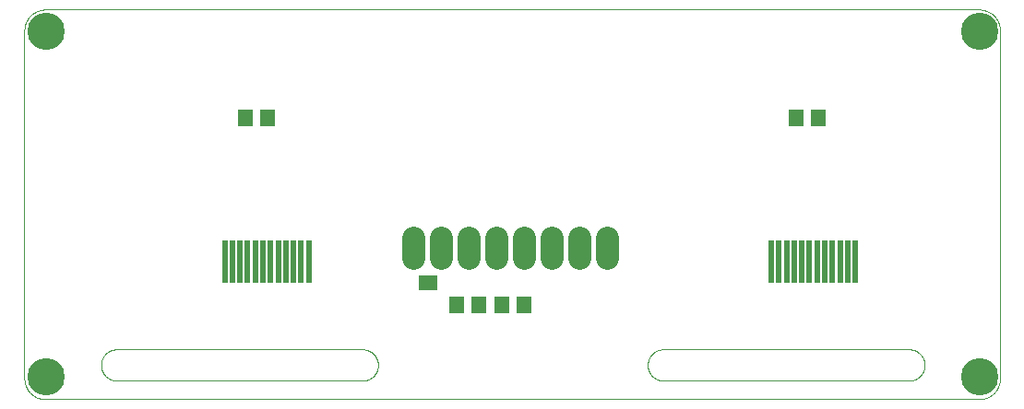
<source format=gbs>
G75*
%MOIN*%
%OFA0B0*%
%FSLAX25Y25*%
%IPPOS*%
%LPD*%
%AMOC8*
5,1,8,0,0,1.08239X$1,22.5*
%
%ADD10C,0.00000*%
%ADD11C,0.13461*%
%ADD12R,0.02375X0.15524*%
%ADD13C,0.08200*%
%ADD14R,0.03300X0.05800*%
%ADD15R,0.05524X0.05918*%
D10*
X0025300Y0008800D02*
X0362800Y0008800D01*
X0362981Y0008802D01*
X0363162Y0008809D01*
X0363343Y0008820D01*
X0363524Y0008835D01*
X0363704Y0008855D01*
X0363884Y0008879D01*
X0364063Y0008907D01*
X0364241Y0008940D01*
X0364418Y0008977D01*
X0364595Y0009018D01*
X0364770Y0009063D01*
X0364945Y0009113D01*
X0365118Y0009167D01*
X0365289Y0009225D01*
X0365460Y0009287D01*
X0365628Y0009354D01*
X0365795Y0009424D01*
X0365961Y0009498D01*
X0366124Y0009577D01*
X0366285Y0009659D01*
X0366445Y0009745D01*
X0366602Y0009835D01*
X0366757Y0009929D01*
X0366910Y0010026D01*
X0367060Y0010128D01*
X0367208Y0010232D01*
X0367354Y0010341D01*
X0367496Y0010452D01*
X0367636Y0010568D01*
X0367773Y0010686D01*
X0367908Y0010808D01*
X0368039Y0010933D01*
X0368167Y0011061D01*
X0368292Y0011192D01*
X0368414Y0011327D01*
X0368532Y0011464D01*
X0368648Y0011604D01*
X0368759Y0011746D01*
X0368868Y0011892D01*
X0368972Y0012040D01*
X0369074Y0012190D01*
X0369171Y0012343D01*
X0369265Y0012498D01*
X0369355Y0012655D01*
X0369441Y0012815D01*
X0369523Y0012976D01*
X0369602Y0013139D01*
X0369676Y0013305D01*
X0369746Y0013472D01*
X0369813Y0013640D01*
X0369875Y0013811D01*
X0369933Y0013982D01*
X0369987Y0014155D01*
X0370037Y0014330D01*
X0370082Y0014505D01*
X0370123Y0014682D01*
X0370160Y0014859D01*
X0370193Y0015037D01*
X0370221Y0015216D01*
X0370245Y0015396D01*
X0370265Y0015576D01*
X0370280Y0015757D01*
X0370291Y0015938D01*
X0370298Y0016119D01*
X0370300Y0016300D01*
X0370300Y0142300D01*
X0370298Y0142481D01*
X0370291Y0142662D01*
X0370280Y0142843D01*
X0370265Y0143024D01*
X0370245Y0143204D01*
X0370221Y0143384D01*
X0370193Y0143563D01*
X0370160Y0143741D01*
X0370123Y0143918D01*
X0370082Y0144095D01*
X0370037Y0144270D01*
X0369987Y0144445D01*
X0369933Y0144618D01*
X0369875Y0144789D01*
X0369813Y0144960D01*
X0369746Y0145128D01*
X0369676Y0145295D01*
X0369602Y0145461D01*
X0369523Y0145624D01*
X0369441Y0145785D01*
X0369355Y0145945D01*
X0369265Y0146102D01*
X0369171Y0146257D01*
X0369074Y0146410D01*
X0368972Y0146560D01*
X0368868Y0146708D01*
X0368759Y0146854D01*
X0368648Y0146996D01*
X0368532Y0147136D01*
X0368414Y0147273D01*
X0368292Y0147408D01*
X0368167Y0147539D01*
X0368039Y0147667D01*
X0367908Y0147792D01*
X0367773Y0147914D01*
X0367636Y0148032D01*
X0367496Y0148148D01*
X0367354Y0148259D01*
X0367208Y0148368D01*
X0367060Y0148472D01*
X0366910Y0148574D01*
X0366757Y0148671D01*
X0366602Y0148765D01*
X0366445Y0148855D01*
X0366285Y0148941D01*
X0366124Y0149023D01*
X0365961Y0149102D01*
X0365795Y0149176D01*
X0365628Y0149246D01*
X0365460Y0149313D01*
X0365289Y0149375D01*
X0365118Y0149433D01*
X0364945Y0149487D01*
X0364770Y0149537D01*
X0364595Y0149582D01*
X0364418Y0149623D01*
X0364241Y0149660D01*
X0364063Y0149693D01*
X0363884Y0149721D01*
X0363704Y0149745D01*
X0363524Y0149765D01*
X0363343Y0149780D01*
X0363162Y0149791D01*
X0362981Y0149798D01*
X0362800Y0149800D01*
X0025300Y0149800D01*
X0025119Y0149798D01*
X0024938Y0149791D01*
X0024757Y0149780D01*
X0024576Y0149765D01*
X0024396Y0149745D01*
X0024216Y0149721D01*
X0024037Y0149693D01*
X0023859Y0149660D01*
X0023682Y0149623D01*
X0023505Y0149582D01*
X0023330Y0149537D01*
X0023155Y0149487D01*
X0022982Y0149433D01*
X0022811Y0149375D01*
X0022640Y0149313D01*
X0022472Y0149246D01*
X0022305Y0149176D01*
X0022139Y0149102D01*
X0021976Y0149023D01*
X0021815Y0148941D01*
X0021655Y0148855D01*
X0021498Y0148765D01*
X0021343Y0148671D01*
X0021190Y0148574D01*
X0021040Y0148472D01*
X0020892Y0148368D01*
X0020746Y0148259D01*
X0020604Y0148148D01*
X0020464Y0148032D01*
X0020327Y0147914D01*
X0020192Y0147792D01*
X0020061Y0147667D01*
X0019933Y0147539D01*
X0019808Y0147408D01*
X0019686Y0147273D01*
X0019568Y0147136D01*
X0019452Y0146996D01*
X0019341Y0146854D01*
X0019232Y0146708D01*
X0019128Y0146560D01*
X0019026Y0146410D01*
X0018929Y0146257D01*
X0018835Y0146102D01*
X0018745Y0145945D01*
X0018659Y0145785D01*
X0018577Y0145624D01*
X0018498Y0145461D01*
X0018424Y0145295D01*
X0018354Y0145128D01*
X0018287Y0144960D01*
X0018225Y0144789D01*
X0018167Y0144618D01*
X0018113Y0144445D01*
X0018063Y0144270D01*
X0018018Y0144095D01*
X0017977Y0143918D01*
X0017940Y0143741D01*
X0017907Y0143563D01*
X0017879Y0143384D01*
X0017855Y0143204D01*
X0017835Y0143024D01*
X0017820Y0142843D01*
X0017809Y0142662D01*
X0017802Y0142481D01*
X0017800Y0142300D01*
X0017800Y0016300D01*
X0017802Y0016119D01*
X0017809Y0015938D01*
X0017820Y0015757D01*
X0017835Y0015576D01*
X0017855Y0015396D01*
X0017879Y0015216D01*
X0017907Y0015037D01*
X0017940Y0014859D01*
X0017977Y0014682D01*
X0018018Y0014505D01*
X0018063Y0014330D01*
X0018113Y0014155D01*
X0018167Y0013982D01*
X0018225Y0013811D01*
X0018287Y0013640D01*
X0018354Y0013472D01*
X0018424Y0013305D01*
X0018498Y0013139D01*
X0018577Y0012976D01*
X0018659Y0012815D01*
X0018745Y0012655D01*
X0018835Y0012498D01*
X0018929Y0012343D01*
X0019026Y0012190D01*
X0019128Y0012040D01*
X0019232Y0011892D01*
X0019341Y0011746D01*
X0019452Y0011604D01*
X0019568Y0011464D01*
X0019686Y0011327D01*
X0019808Y0011192D01*
X0019933Y0011061D01*
X0020061Y0010933D01*
X0020192Y0010808D01*
X0020327Y0010686D01*
X0020464Y0010568D01*
X0020604Y0010452D01*
X0020746Y0010341D01*
X0020892Y0010232D01*
X0021040Y0010128D01*
X0021190Y0010026D01*
X0021343Y0009929D01*
X0021498Y0009835D01*
X0021655Y0009745D01*
X0021815Y0009659D01*
X0021976Y0009577D01*
X0022139Y0009498D01*
X0022305Y0009424D01*
X0022472Y0009354D01*
X0022640Y0009287D01*
X0022811Y0009225D01*
X0022982Y0009167D01*
X0023155Y0009113D01*
X0023330Y0009063D01*
X0023505Y0009018D01*
X0023682Y0008977D01*
X0023859Y0008940D01*
X0024037Y0008907D01*
X0024216Y0008879D01*
X0024396Y0008855D01*
X0024576Y0008835D01*
X0024757Y0008820D01*
X0024938Y0008809D01*
X0025119Y0008802D01*
X0025300Y0008800D01*
X0050550Y0015550D02*
X0140550Y0015550D01*
X0140698Y0015568D01*
X0140845Y0015590D01*
X0140992Y0015616D01*
X0141137Y0015646D01*
X0141282Y0015680D01*
X0141427Y0015718D01*
X0141570Y0015759D01*
X0141712Y0015804D01*
X0141852Y0015853D01*
X0141991Y0015906D01*
X0142129Y0015962D01*
X0142266Y0016022D01*
X0142401Y0016085D01*
X0142534Y0016152D01*
X0142665Y0016222D01*
X0142794Y0016296D01*
X0142921Y0016373D01*
X0143047Y0016454D01*
X0143170Y0016537D01*
X0143291Y0016624D01*
X0143409Y0016715D01*
X0143525Y0016808D01*
X0143639Y0016904D01*
X0143750Y0017003D01*
X0143859Y0017105D01*
X0143964Y0017210D01*
X0144067Y0017318D01*
X0144167Y0017428D01*
X0144264Y0017541D01*
X0144358Y0017656D01*
X0144449Y0017774D01*
X0144537Y0017894D01*
X0144622Y0018017D01*
X0144703Y0018141D01*
X0144782Y0018268D01*
X0144856Y0018397D01*
X0144928Y0018528D01*
X0144996Y0018660D01*
X0145060Y0018794D01*
X0145121Y0018930D01*
X0145178Y0019068D01*
X0145232Y0019207D01*
X0145282Y0019347D01*
X0145328Y0019489D01*
X0145370Y0019631D01*
X0145409Y0019775D01*
X0145444Y0019920D01*
X0145475Y0020065D01*
X0145502Y0020212D01*
X0145526Y0020359D01*
X0145545Y0020506D01*
X0145561Y0020655D01*
X0145573Y0020803D01*
X0145581Y0020952D01*
X0145585Y0021101D01*
X0145585Y0021249D01*
X0145581Y0021398D01*
X0145573Y0021547D01*
X0145561Y0021695D01*
X0145545Y0021844D01*
X0145526Y0021991D01*
X0145502Y0022138D01*
X0145475Y0022285D01*
X0145444Y0022430D01*
X0145409Y0022575D01*
X0145370Y0022719D01*
X0145328Y0022861D01*
X0145282Y0023003D01*
X0145232Y0023143D01*
X0145178Y0023282D01*
X0145121Y0023420D01*
X0145060Y0023556D01*
X0144996Y0023690D01*
X0144928Y0023822D01*
X0144856Y0023953D01*
X0144782Y0024082D01*
X0144703Y0024209D01*
X0144622Y0024333D01*
X0144537Y0024456D01*
X0144449Y0024576D01*
X0144358Y0024694D01*
X0144264Y0024809D01*
X0144167Y0024922D01*
X0144067Y0025032D01*
X0143964Y0025140D01*
X0143859Y0025245D01*
X0143750Y0025347D01*
X0143639Y0025446D01*
X0143525Y0025542D01*
X0143409Y0025635D01*
X0143291Y0025726D01*
X0143170Y0025813D01*
X0143047Y0025896D01*
X0142921Y0025977D01*
X0142794Y0026054D01*
X0142665Y0026128D01*
X0142534Y0026198D01*
X0142401Y0026265D01*
X0142266Y0026328D01*
X0142129Y0026388D01*
X0141991Y0026444D01*
X0141852Y0026497D01*
X0141712Y0026546D01*
X0141570Y0026591D01*
X0141427Y0026632D01*
X0141282Y0026670D01*
X0141137Y0026704D01*
X0140992Y0026734D01*
X0140845Y0026760D01*
X0140698Y0026782D01*
X0140550Y0026800D01*
X0050550Y0026800D01*
X0050402Y0026782D01*
X0050255Y0026760D01*
X0050108Y0026734D01*
X0049963Y0026704D01*
X0049818Y0026670D01*
X0049673Y0026632D01*
X0049530Y0026591D01*
X0049388Y0026546D01*
X0049248Y0026497D01*
X0049109Y0026444D01*
X0048971Y0026388D01*
X0048834Y0026328D01*
X0048699Y0026265D01*
X0048566Y0026198D01*
X0048435Y0026128D01*
X0048306Y0026054D01*
X0048179Y0025977D01*
X0048053Y0025896D01*
X0047930Y0025813D01*
X0047809Y0025726D01*
X0047691Y0025635D01*
X0047575Y0025542D01*
X0047461Y0025446D01*
X0047350Y0025347D01*
X0047241Y0025245D01*
X0047136Y0025140D01*
X0047033Y0025032D01*
X0046933Y0024922D01*
X0046836Y0024809D01*
X0046742Y0024694D01*
X0046651Y0024576D01*
X0046563Y0024456D01*
X0046478Y0024333D01*
X0046397Y0024209D01*
X0046318Y0024082D01*
X0046244Y0023953D01*
X0046172Y0023822D01*
X0046104Y0023690D01*
X0046040Y0023556D01*
X0045979Y0023420D01*
X0045922Y0023282D01*
X0045868Y0023143D01*
X0045818Y0023003D01*
X0045772Y0022861D01*
X0045730Y0022719D01*
X0045691Y0022575D01*
X0045656Y0022430D01*
X0045625Y0022285D01*
X0045598Y0022138D01*
X0045574Y0021991D01*
X0045555Y0021844D01*
X0045539Y0021695D01*
X0045527Y0021547D01*
X0045519Y0021398D01*
X0045515Y0021249D01*
X0045515Y0021101D01*
X0045519Y0020952D01*
X0045527Y0020803D01*
X0045539Y0020655D01*
X0045555Y0020506D01*
X0045574Y0020359D01*
X0045598Y0020212D01*
X0045625Y0020065D01*
X0045656Y0019920D01*
X0045691Y0019775D01*
X0045730Y0019631D01*
X0045772Y0019489D01*
X0045818Y0019347D01*
X0045868Y0019207D01*
X0045922Y0019068D01*
X0045979Y0018930D01*
X0046040Y0018794D01*
X0046104Y0018660D01*
X0046172Y0018528D01*
X0046244Y0018397D01*
X0046318Y0018268D01*
X0046397Y0018141D01*
X0046478Y0018017D01*
X0046563Y0017894D01*
X0046651Y0017774D01*
X0046742Y0017656D01*
X0046836Y0017541D01*
X0046933Y0017428D01*
X0047033Y0017318D01*
X0047136Y0017210D01*
X0047241Y0017105D01*
X0047350Y0017003D01*
X0047461Y0016904D01*
X0047575Y0016808D01*
X0047691Y0016715D01*
X0047809Y0016624D01*
X0047930Y0016537D01*
X0048053Y0016454D01*
X0048179Y0016373D01*
X0048306Y0016296D01*
X0048435Y0016222D01*
X0048566Y0016152D01*
X0048699Y0016085D01*
X0048834Y0016022D01*
X0048971Y0015962D01*
X0049109Y0015906D01*
X0049248Y0015853D01*
X0049388Y0015804D01*
X0049530Y0015759D01*
X0049673Y0015718D01*
X0049818Y0015680D01*
X0049963Y0015646D01*
X0050108Y0015616D01*
X0050255Y0015590D01*
X0050402Y0015568D01*
X0050550Y0015550D01*
X0248050Y0015550D02*
X0338050Y0015550D01*
X0338198Y0015568D01*
X0338345Y0015590D01*
X0338492Y0015616D01*
X0338637Y0015646D01*
X0338782Y0015680D01*
X0338927Y0015718D01*
X0339070Y0015759D01*
X0339212Y0015804D01*
X0339352Y0015853D01*
X0339491Y0015906D01*
X0339629Y0015962D01*
X0339766Y0016022D01*
X0339901Y0016085D01*
X0340034Y0016152D01*
X0340165Y0016222D01*
X0340294Y0016296D01*
X0340421Y0016373D01*
X0340547Y0016454D01*
X0340670Y0016537D01*
X0340791Y0016624D01*
X0340909Y0016715D01*
X0341025Y0016808D01*
X0341139Y0016904D01*
X0341250Y0017003D01*
X0341359Y0017105D01*
X0341464Y0017210D01*
X0341567Y0017318D01*
X0341667Y0017428D01*
X0341764Y0017541D01*
X0341858Y0017656D01*
X0341949Y0017774D01*
X0342037Y0017894D01*
X0342122Y0018017D01*
X0342203Y0018141D01*
X0342282Y0018268D01*
X0342356Y0018397D01*
X0342428Y0018528D01*
X0342496Y0018660D01*
X0342560Y0018794D01*
X0342621Y0018930D01*
X0342678Y0019068D01*
X0342732Y0019207D01*
X0342782Y0019347D01*
X0342828Y0019489D01*
X0342870Y0019631D01*
X0342909Y0019775D01*
X0342944Y0019920D01*
X0342975Y0020065D01*
X0343002Y0020212D01*
X0343026Y0020359D01*
X0343045Y0020506D01*
X0343061Y0020655D01*
X0343073Y0020803D01*
X0343081Y0020952D01*
X0343085Y0021101D01*
X0343085Y0021249D01*
X0343081Y0021398D01*
X0343073Y0021547D01*
X0343061Y0021695D01*
X0343045Y0021844D01*
X0343026Y0021991D01*
X0343002Y0022138D01*
X0342975Y0022285D01*
X0342944Y0022430D01*
X0342909Y0022575D01*
X0342870Y0022719D01*
X0342828Y0022861D01*
X0342782Y0023003D01*
X0342732Y0023143D01*
X0342678Y0023282D01*
X0342621Y0023420D01*
X0342560Y0023556D01*
X0342496Y0023690D01*
X0342428Y0023822D01*
X0342356Y0023953D01*
X0342282Y0024082D01*
X0342203Y0024209D01*
X0342122Y0024333D01*
X0342037Y0024456D01*
X0341949Y0024576D01*
X0341858Y0024694D01*
X0341764Y0024809D01*
X0341667Y0024922D01*
X0341567Y0025032D01*
X0341464Y0025140D01*
X0341359Y0025245D01*
X0341250Y0025347D01*
X0341139Y0025446D01*
X0341025Y0025542D01*
X0340909Y0025635D01*
X0340791Y0025726D01*
X0340670Y0025813D01*
X0340547Y0025896D01*
X0340421Y0025977D01*
X0340294Y0026054D01*
X0340165Y0026128D01*
X0340034Y0026198D01*
X0339901Y0026265D01*
X0339766Y0026328D01*
X0339629Y0026388D01*
X0339491Y0026444D01*
X0339352Y0026497D01*
X0339212Y0026546D01*
X0339070Y0026591D01*
X0338927Y0026632D01*
X0338782Y0026670D01*
X0338637Y0026704D01*
X0338492Y0026734D01*
X0338345Y0026760D01*
X0338198Y0026782D01*
X0338050Y0026800D01*
X0248050Y0026800D01*
X0247902Y0026782D01*
X0247755Y0026760D01*
X0247608Y0026734D01*
X0247463Y0026704D01*
X0247318Y0026670D01*
X0247173Y0026632D01*
X0247030Y0026591D01*
X0246888Y0026546D01*
X0246748Y0026497D01*
X0246609Y0026444D01*
X0246471Y0026388D01*
X0246334Y0026328D01*
X0246199Y0026265D01*
X0246066Y0026198D01*
X0245935Y0026128D01*
X0245806Y0026054D01*
X0245679Y0025977D01*
X0245553Y0025896D01*
X0245430Y0025813D01*
X0245309Y0025726D01*
X0245191Y0025635D01*
X0245075Y0025542D01*
X0244961Y0025446D01*
X0244850Y0025347D01*
X0244741Y0025245D01*
X0244636Y0025140D01*
X0244533Y0025032D01*
X0244433Y0024922D01*
X0244336Y0024809D01*
X0244242Y0024694D01*
X0244151Y0024576D01*
X0244063Y0024456D01*
X0243978Y0024333D01*
X0243897Y0024209D01*
X0243818Y0024082D01*
X0243744Y0023953D01*
X0243672Y0023822D01*
X0243604Y0023690D01*
X0243540Y0023556D01*
X0243479Y0023420D01*
X0243422Y0023282D01*
X0243368Y0023143D01*
X0243318Y0023003D01*
X0243272Y0022861D01*
X0243230Y0022719D01*
X0243191Y0022575D01*
X0243156Y0022430D01*
X0243125Y0022285D01*
X0243098Y0022138D01*
X0243074Y0021991D01*
X0243055Y0021844D01*
X0243039Y0021695D01*
X0243027Y0021547D01*
X0243019Y0021398D01*
X0243015Y0021249D01*
X0243015Y0021101D01*
X0243019Y0020952D01*
X0243027Y0020803D01*
X0243039Y0020655D01*
X0243055Y0020506D01*
X0243074Y0020359D01*
X0243098Y0020212D01*
X0243125Y0020065D01*
X0243156Y0019920D01*
X0243191Y0019775D01*
X0243230Y0019631D01*
X0243272Y0019489D01*
X0243318Y0019347D01*
X0243368Y0019207D01*
X0243422Y0019068D01*
X0243479Y0018930D01*
X0243540Y0018794D01*
X0243604Y0018660D01*
X0243672Y0018528D01*
X0243744Y0018397D01*
X0243818Y0018268D01*
X0243897Y0018141D01*
X0243978Y0018017D01*
X0244063Y0017894D01*
X0244151Y0017774D01*
X0244242Y0017656D01*
X0244336Y0017541D01*
X0244433Y0017428D01*
X0244533Y0017318D01*
X0244636Y0017210D01*
X0244741Y0017105D01*
X0244850Y0017003D01*
X0244961Y0016904D01*
X0245075Y0016808D01*
X0245191Y0016715D01*
X0245309Y0016624D01*
X0245430Y0016537D01*
X0245553Y0016454D01*
X0245679Y0016373D01*
X0245806Y0016296D01*
X0245935Y0016222D01*
X0246066Y0016152D01*
X0246199Y0016085D01*
X0246334Y0016022D01*
X0246471Y0015962D01*
X0246609Y0015906D01*
X0246748Y0015853D01*
X0246888Y0015804D01*
X0247030Y0015759D01*
X0247173Y0015718D01*
X0247318Y0015680D01*
X0247463Y0015646D01*
X0247608Y0015616D01*
X0247755Y0015590D01*
X0247902Y0015568D01*
X0248050Y0015550D01*
D11*
X0363050Y0016800D03*
X0363050Y0141800D03*
X0025550Y0141800D03*
X0025550Y0016800D03*
D12*
X0090200Y0058514D03*
X0092956Y0058514D03*
X0095711Y0058514D03*
X0098467Y0058514D03*
X0101223Y0058514D03*
X0103979Y0058514D03*
X0106735Y0058514D03*
X0109491Y0058514D03*
X0112247Y0058514D03*
X0115003Y0058514D03*
X0117759Y0058514D03*
X0120515Y0058514D03*
X0287700Y0058514D03*
X0290456Y0058514D03*
X0293211Y0058514D03*
X0295967Y0058514D03*
X0298723Y0058514D03*
X0301479Y0058514D03*
X0304235Y0058514D03*
X0306991Y0058514D03*
X0309747Y0058514D03*
X0312503Y0058514D03*
X0315259Y0058514D03*
X0318015Y0058514D03*
D13*
X0228300Y0059850D02*
X0228300Y0067250D01*
X0218300Y0067250D02*
X0218300Y0059850D01*
X0208300Y0059850D02*
X0208300Y0067250D01*
X0198300Y0067250D02*
X0198300Y0059850D01*
X0188300Y0059850D02*
X0188300Y0067250D01*
X0178300Y0067250D02*
X0178300Y0059850D01*
X0168300Y0059850D02*
X0168300Y0067250D01*
X0158300Y0067250D02*
X0158300Y0059850D01*
D14*
X0161972Y0050800D03*
X0165175Y0050800D03*
D15*
X0174050Y0043050D03*
X0182050Y0043050D03*
X0190300Y0043050D03*
X0198300Y0043050D03*
X0105800Y0110550D03*
X0097800Y0110550D03*
X0296550Y0110550D03*
X0304550Y0110550D03*
M02*

</source>
